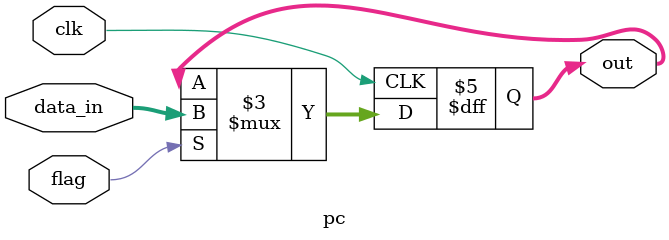
<source format=v>


`timescale 1ns/10ps

module pc (
    data_in,
    out,
    clk,
    flag
);


input [31:0] data_in;
output [31:0] out;
reg [31:0] out;
input clk;
input flag;




always @(posedge clk) begin: PC_PCBLOCK
    if ((flag == 1)) begin
        out <= data_in;
    end
end

endmodule

</source>
